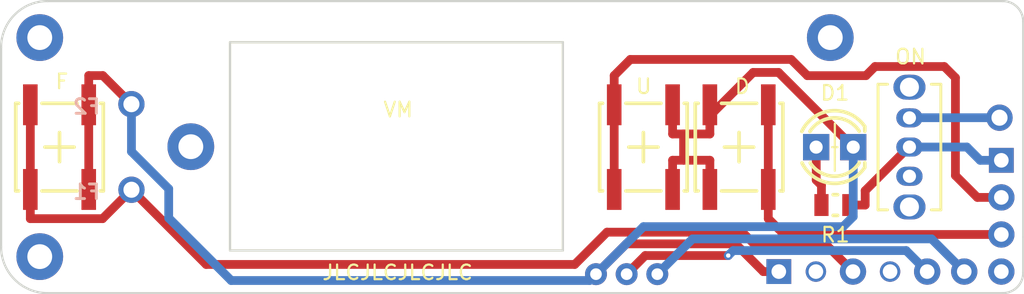
<source format=kicad_pcb>
(kicad_pcb (version 20171130) (host pcbnew 5.1.0-unknown-ff73f69~82~ubuntu18.04.1)

  (general
    (thickness 1.6)
    (drawings 32)
    (tracks 81)
    (zones 0)
    (modules 18)
    (nets 16)
  )

  (page A4)
  (layers
    (0 F.Cu signal)
    (31 B.Cu signal)
    (32 B.Adhes user)
    (33 F.Adhes user)
    (34 B.Paste user)
    (35 F.Paste user)
    (36 B.SilkS user)
    (37 F.SilkS user)
    (38 B.Mask user)
    (39 F.Mask user)
    (40 Dwgs.User user)
    (41 Cmts.User user)
    (42 Eco1.User user)
    (43 Eco2.User user)
    (44 Edge.Cuts user)
    (45 Margin user)
    (46 B.CrtYd user)
    (47 F.CrtYd user hide)
    (48 B.Fab user)
    (49 F.Fab user hide)
  )

  (setup
    (last_trace_width 0.6)
    (user_trace_width 0.4)
    (trace_clearance 0.2)
    (zone_clearance 0.508)
    (zone_45_only no)
    (trace_min 0.3)
    (via_size 0.8)
    (via_drill 0.4)
    (via_min_size 0.5)
    (via_min_drill 0.2)
    (uvia_size 0.3)
    (uvia_drill 0.1)
    (uvias_allowed no)
    (uvia_min_size 0.2)
    (uvia_min_drill 0.1)
    (edge_width 0.05)
    (segment_width 0.2)
    (pcb_text_width 0.3)
    (pcb_text_size 1.5 1.5)
    (mod_edge_width 0.12)
    (mod_text_size 1 1)
    (mod_text_width 0.15)
    (pad_size 1.8 1.8)
    (pad_drill 1)
    (pad_to_mask_clearance 0.051)
    (solder_mask_min_width 0.25)
    (aux_axis_origin 0 0)
    (visible_elements FFFFFF7F)
    (pcbplotparams
      (layerselection 0x010fc_ffffffff)
      (usegerberextensions false)
      (usegerberattributes false)
      (usegerberadvancedattributes false)
      (creategerberjobfile false)
      (excludeedgelayer true)
      (linewidth 0.100000)
      (plotframeref false)
      (viasonmask false)
      (mode 1)
      (useauxorigin false)
      (hpglpennumber 1)
      (hpglpenspeed 20)
      (hpglpendiameter 15.000000)
      (psnegative false)
      (psa4output false)
      (plotreference true)
      (plotvalue true)
      (plotinvisibletext false)
      (padsonsilk false)
      (subtractmaskfromsilk false)
      (outputformat 1)
      (mirror false)
      (drillshape 1)
      (scaleselection 1)
      (outputdirectory ""))
  )

  (net 0 "")
  (net 1 /Fire)
  (net 2 /Up)
  (net 3 /Down)
  (net 4 +BATT)
  (net 5 "Net-(S4-Pad3)")
  (net 6 "Net-(S4-PadMH1)")
  (net 7 "Net-(S4-PadMH2)")
  (net 8 /GND)
  (net 9 "Net-(U1-Pad7)")
  (net 10 "Net-(U1-Pad9)")
  (net 11 /VIN)
  (net 12 /LED+)
  (net 13 /VM+)
  (net 14 /POT)
  (net 15 /VMM)

  (net_class Default "This is the default net class."
    (clearance 0.2)
    (trace_width 0.6)
    (via_dia 0.8)
    (via_drill 0.4)
    (uvia_dia 0.3)
    (uvia_drill 0.1)
    (diff_pair_width 0.3)
    (diff_pair_gap 0.25)
    (add_net +BATT)
    (add_net /Down)
    (add_net /Fire)
    (add_net /GND)
    (add_net /LED+)
    (add_net /POT)
    (add_net /Up)
    (add_net /VIN)
    (add_net /VM+)
    (add_net /VMM)
    (add_net "Net-(S4-Pad3)")
    (add_net "Net-(S4-PadMH1)")
    (add_net "Net-(S4-PadMH2)")
    (add_net "Net-(U1-Pad7)")
    (add_net "Net-(U1-Pad9)")
  )

  (module "ATI DNA-C PCB Smart PWM v3:0.36_inch_VM" (layer F.Cu) (tedit 5C8C3FCC) (tstamp 5C8FE33C)
    (at 141.72 100.27)
    (fp_text reference VM (at 0 -2.69) (layer F.SilkS)
      (effects (font (size 1 1) (thickness 0.15)))
    )
    (fp_text value 0.36_inch_VM (at 0 -0.73) (layer F.Fab) hide
      (effects (font (size 1 1) (thickness 0.15)))
    )
    (fp_line (start 11.2781 -7.3084) (end -11.5219 -7.3084) (layer F.SilkS) (width 0.15))
    (fp_line (start -11.5219 -7.3084) (end -11.5219 6.9516) (layer F.SilkS) (width 0.15))
    (fp_line (start -11.5219 6.9516) (end 11.2781 6.9516) (layer F.SilkS) (width 0.15))
    (fp_line (start 11.2781 6.9516) (end 11.2781 -7.3084) (layer F.SilkS) (width 0.15))
    (model "${KIPRJMOD}/ATI DNA-C PCB Smart PWM v3.pretty/XDxx09x3.step"
      (offset (xyz -0.1 0.15 4.45))
      (scale (xyz 1.018 1 1.022))
      (rotate (xyz -90 0 0))
    )
  )

  (module "ATI DNA-C PCB Smart PWM v3:PAD_24G" (layer F.Cu) (tedit 5C8C3E3F) (tstamp 5C8C67C0)
    (at 159.462 108.844)
    (path /5C988204)
    (fp_text reference VMM1 (at 0.002 2.057) (layer F.SilkS) hide
      (effects (font (size 1 1) (thickness 0.15)))
    )
    (fp_text value Conn_01x01 (at 0.005 -1.996) (layer F.SilkS) hide
      (effects (font (size 1 1) (thickness 0.15)))
    )
    (pad 1 thru_hole circle (at 0 0 90) (size 1.5 1.5) (drill 0.8) (layers *.Cu *.Mask)
      (net 15 /VMM) (solder_mask_margin 0.1016) (zone_connect 2))
  )

  (module "ATI DNA-C PCB Smart PWM v3:PAD_24G" (layer F.Cu) (tedit 5C8C3E3F) (tstamp 5C8C67BB)
    (at 155.262 108.844)
    (path /5C9910A0)
    (fp_text reference VM_GND1 (at 0.002 2.057) (layer F.SilkS) hide
      (effects (font (size 1 1) (thickness 0.15)))
    )
    (fp_text value Conn_01x01 (at 0.005 -1.996) (layer F.SilkS) hide
      (effects (font (size 1 1) (thickness 0.15)))
    )
    (pad 1 thru_hole circle (at 0 0 90) (size 1.5 1.5) (drill 0.8) (layers *.Cu *.Mask)
      (net 8 /GND) (solder_mask_margin 0.1016) (zone_connect 2))
  )

  (module "ATI DNA-C PCB Smart PWM v3:PAD_24G" (layer F.Cu) (tedit 5C8C3E3F) (tstamp 5C8C67B6)
    (at 157.362 108.844)
    (path /5C990B4A)
    (fp_text reference VM+1 (at 0.002 2.057) (layer F.SilkS) hide
      (effects (font (size 1 1) (thickness 0.15)))
    )
    (fp_text value Conn_01x01 (at 0.005 -1.996) (layer F.SilkS) hide
      (effects (font (size 1 1) (thickness 0.15)))
    )
    (pad 1 thru_hole circle (at 0 0 90) (size 1.5 1.5) (drill 0.8) (layers *.Cu *.Mask)
      (net 13 /VM+) (solder_mask_margin 0.1016) (zone_connect 2))
  )

  (module "ATI DNA-C PCB Smart PWM v3:SmartPWM_V3" (layer F.Cu) (tedit 5C993431) (tstamp 5C8C14F6)
    (at 175.438 104.848)
    (path /5C8C4E73)
    (fp_text reference U1 (at 0 0) (layer F.SilkS) hide
      (effects (font (size 1.27 1.27) (thickness 0.15)))
    )
    (fp_text value SmartPWMv3 (at 0 0) (layer F.SilkS) hide
      (effects (font (size 1.27 1.27) (thickness 0.15)))
    )
    (pad 10 thru_hole rect (at -7.655 3.82) (size 1.7 1.7) (drill 1) (layers *.Cu *.Mask)
      (net 8 /GND) (zone_connect 2))
    (pad 9 thru_hole circle (at -5.115 3.82) (size 1.4 1.4) (drill 1) (layers *.Cu *.Mask)
      (net 10 "Net-(U1-Pad9)") (zone_connect 2))
    (pad 8 thru_hole circle (at -2.575 3.82) (size 1.8 1.8) (drill 1) (layers *.Cu *.Mask)
      (net 1 /Fire) (zone_connect 2))
    (pad 7 thru_hole circle (at -0.035 3.82) (size 1.4 1.4) (drill 1) (layers *.Cu *.Mask)
      (net 9 "Net-(U1-Pad7)") (zone_connect 2))
    (pad 6 thru_hole circle (at 2.505 3.82) (size 1.8 1.8) (drill 1) (layers *.Cu *.Mask)
      (net 13 /VM+) (zone_connect 2))
    (pad 4 thru_hole circle (at 7.585 3.82) (size 1.8 1.8) (drill 1) (layers *.Cu *.Mask)
      (net 14 /POT) (zone_connect 2))
    (pad 3 thru_hole circle (at 7.585 1.28) (size 1.8 1.8) (drill 1) (layers *.Cu *.Mask)
      (net 3 /Down) (zone_connect 2))
    (pad 2 thru_hole circle (at 7.585 -1.26) (size 1.8 1.8) (drill 1) (layers *.Cu *.Mask)
      (net 2 /Up) (zone_connect 2))
    (pad 1 thru_hole rect (at 7.585 -3.8 90) (size 1.7 1.7) (drill 1) (layers *.Cu *.Mask)
      (net 11 /VIN) (zone_connect 2))
    (pad 5 thru_hole circle (at 5.045 3.82) (size 1.8 1.8) (drill 1) (layers *.Cu *.Mask)
      (net 15 /VMM) (zone_connect 2))
    (model ${KISYS3DMOD}/Connector_PinHeader_2.54mm.3dshapes/PinHeader_1x03_P2.54mm_Vertical.wrl
      (offset (xyz 7.55 3.85 -1.7))
      (scale (xyz 1 1 1))
      (rotate (xyz 0 -180 0))
    )
    (model ${KISYS3DMOD}/Connector_PinHeader_2.54mm.3dshapes/PinHeader_1x07_P2.54mm_Vertical.wrl
      (offset (xyz -7.7 -3.8 -1.7))
      (scale (xyz 1 1 1))
      (rotate (xyz 0 -180 -90))
    )
    (model "${KIPRJMOD}/ATI DNA-C PCB Smart PWM v3.pretty/SmartPWM_v3.step"
      (offset (xyz -15.8 5.2 -5.9))
      (scale (xyz 1 1 1))
      (rotate (xyz 0 0 0))
    )
  )

  (module "ATI DNA-C PCB Smart PWM v3:PAD_22G" (layer F.Cu) (tedit 5C8C3BBE) (tstamp 5C8AF897)
    (at 123.446 97.203)
    (path /5C995F76)
    (fp_text reference PAD_Fire_GND1 (at 0.002 2.057) (layer F.SilkS) hide
      (effects (font (size 1 1) (thickness 0.15)))
    )
    (fp_text value Conn_01x01 (at 0.005 -1.996) (layer F.SilkS) hide
      (effects (font (size 1 1) (thickness 0.15)))
    )
    (pad 1 thru_hole circle (at 0 0 90) (size 1.8 1.8) (drill 1.1) (layers *.Cu *.Mask)
      (net 8 /GND) (solder_mask_margin 0.1016) (zone_connect 2))
  )

  (module "ATI DNA-C PCB Smart PWM v3:PAD_22G" (layer F.Cu) (tedit 5C8C3BBE) (tstamp 5C8AF892)
    (at 123.45 103.064)
    (path /5C995A65)
    (fp_text reference PAD_Fire1 (at 0.002 2.057) (layer F.SilkS) hide
      (effects (font (size 1 1) (thickness 0.15)))
    )
    (fp_text value Conn_01x01 (at 0.005 -1.996) (layer F.SilkS) hide
      (effects (font (size 1 1) (thickness 0.15)))
    )
    (pad 1 thru_hole circle (at 0 0 90) (size 1.8 1.8) (drill 1.1) (layers *.Cu *.Mask)
      (net 1 /Fire) (solder_mask_margin 0.1016) (zone_connect 2))
  )

  (module "ATI DNA-C PCB Smart PWM v3:LED_4mm" (layer F.Cu) (tedit 5C9932CC) (tstamp 5C887665)
    (at 171.62 100.144 180)
    (descr "LED, diameter 4.0mm, 2 pins, http://www.kingbright.com/attachments/file/psearch/000/00/00/L-43GD(Ver.12B).pdf")
    (tags "LED diameter 4.0mm 2 pins")
    (path /5C88660F)
    (fp_text reference D1 (at -0.01 3.707 180) (layer F.SilkS)
      (effects (font (size 1 1) (thickness 0.15)))
    )
    (fp_text value LED (at 0.01 3.77 180) (layer F.Fab)
      (effects (font (size 1 1) (thickness 0.15)))
    )
    (fp_line (start -0.181 0) (end 0.181 0) (layer F.SilkS) (width 0.15))
    (fp_line (start 0.001 -1.622) (end -0.001 1.609) (layer F.SilkS) (width 0.15))
    (fp_line (start 2.74 -2.74) (end -2.71 -2.74) (layer F.CrtYd) (width 0.05))
    (fp_line (start 2.74 2.76) (end 2.74 -2.74) (layer F.CrtYd) (width 0.05))
    (fp_line (start -2.71 2.76) (end 2.74 2.76) (layer F.CrtYd) (width 0.05))
    (fp_line (start -2.71 -2.74) (end -2.71 2.76) (layer F.CrtYd) (width 0.05))
    (fp_line (start -2.05 1.09) (end -2.05 1.409) (layer F.SilkS) (width 0.25))
    (fp_line (start -2.05 -1.389) (end -2.05 -1.07) (layer F.SilkS) (width 0.25))
    (fp_line (start -1.99 -1.31665) (end -1.99 1.33665) (layer F.Fab) (width 0.1))
    (fp_circle (center 0.01 0.01) (end 2.01 0.01) (layer F.Fab) (width 0.1))
    (fp_arc (start 0.01 0) (end -1.67333 1.09) (angle -114.6) (layer F.SilkS) (width 0.25))
    (fp_arc (start 0.01 0) (end -1.67333 -1.07) (angle 114.6) (layer F.SilkS) (width 0.25))
    (fp_arc (start 0.01 0) (end -2.05 1.408749) (angle -120.1) (layer F.SilkS) (width 0.25))
    (fp_arc (start 0.01 0) (end -2.05 -1.388749) (angle 120.1) (layer F.SilkS) (width 0.25))
    (fp_arc (start 0.01 0.01) (end -1.99 -1.31665) (angle 292.9) (layer F.Fab) (width 0.1))
    (pad 2 thru_hole rect (at 1.28 0 180) (size 1.8 1.8) (drill 0.9) (layers *.Cu *.Mask)
      (net 12 /LED+))
    (pad 1 thru_hole rect (at -1.26 0 180) (size 1.8 1.8) (drill 0.9) (layers *.Cu *.Mask)
      (net 8 /GND))
    (model "${KIPRJMOD}/ATI DNA-C PCB Smart PWM v3.pretty/ELM 2.igs"
      (at (xyz 0 0 0))
      (scale (xyz 1 0.1 1))
      (rotate (xyz -90 0 90))
    )
    (model "${KIPRJMOD}/ATI DNA-C PCB Smart PWM v3.pretty/SSL-LX40FT3ID-v0.step"
      (offset (xyz 0 0 1.3))
      (scale (xyz 1 1 1))
      (rotate (xyz 0 0 180))
    )
  )

  (module "ATI DNA-C PCB Smart PWM v3:PAD_22G" (layer F.Cu) (tedit 5C8C3BBE) (tstamp 5C8AC66F)
    (at 182.898 98.13)
    (fp_text reference PAD_22G (at 0.002 2.057) (layer F.SilkS) hide
      (effects (font (size 1 1) (thickness 0.15)))
    )
    (fp_text value BAT1 (at 0.005 -1.996) (layer F.SilkS) hide
      (effects (font (size 1 1) (thickness 0.15)))
    )
    (pad 1 thru_hole circle (at 0 0 90) (size 1.8 1.8) (drill 1.1) (layers *.Cu *.Mask)
      (net 4 +BATT) (solder_mask_margin 0.1016) (zone_connect 2))
  )

  (module "ATI DNA-C PCB Smart PWM v3:SS-12D07-VG4NSGAPA" (layer F.Cu) (tedit 5C8C4181) (tstamp 5C89E905)
    (at 176.73 100.14 270)
    (descr "Description: Switch: SPDT: Normally Closed")
    (path /5C8D90AC)
    (fp_text reference S4 (at 0 -3.754 270) (layer F.SilkS) hide
      (effects (font (size 1 1) (thickness 0.15)) (justify top))
    )
    (fp_text value SS-12D07-VG4NSGAPA (at 0 2.657 270) (layer F.Fab)
      (effects (font (size 1 1) (thickness 0.15)) (justify top))
    )
    (fp_poly (pts (xy -1.351 -0.25) (xy -1.359 -0.352) (xy -1.383 -0.451) (xy -1.422 -0.545)
      (xy -1.475 -0.631) (xy -1.541 -0.709) (xy -1.619 -0.775) (xy -1.705 -0.828)
      (xy -1.799 -0.867) (xy -1.898 -0.891) (xy -2 -0.899) (xy -2.102 -0.891)
      (xy -2.201 -0.867) (xy -2.295 -0.828) (xy -2.381 -0.775) (xy -2.459 -0.709)
      (xy -2.525 -0.631) (xy -2.578 -0.545) (xy -2.617 -0.451) (xy -2.641 -0.352)
      (xy -2.649 -0.25) (xy -2.649 0.25) (xy -2.641 0.352) (xy -2.617 0.451)
      (xy -2.578 0.545) (xy -2.525 0.631) (xy -2.459 0.709) (xy -2.381 0.775)
      (xy -2.295 0.828) (xy -2.201 0.867) (xy -2.102 0.891) (xy -2 0.899)
      (xy -1.898 0.891) (xy -1.799 0.867) (xy -1.705 0.828) (xy -1.619 0.775)
      (xy -1.541 0.709) (xy -1.475 0.631) (xy -1.422 0.545) (xy -1.383 0.451)
      (xy -1.359 0.352) (xy -1.351 0.25)) (layer F.Cu) (width 0))
    (fp_poly (pts (xy -1.351 -0.25) (xy -1.359 -0.352) (xy -1.383 -0.451) (xy -1.422 -0.545)
      (xy -1.475 -0.631) (xy -1.541 -0.709) (xy -1.619 -0.775) (xy -1.705 -0.828)
      (xy -1.799 -0.867) (xy -1.898 -0.891) (xy -2 -0.899) (xy -2.102 -0.891)
      (xy -2.201 -0.867) (xy -2.295 -0.828) (xy -2.381 -0.775) (xy -2.459 -0.709)
      (xy -2.525 -0.631) (xy -2.578 -0.545) (xy -2.617 -0.451) (xy -2.641 -0.352)
      (xy -2.649 -0.25) (xy -2.649 0.25) (xy -2.641 0.352) (xy -2.617 0.451)
      (xy -2.578 0.545) (xy -2.525 0.631) (xy -2.459 0.709) (xy -2.381 0.775)
      (xy -2.295 0.828) (xy -2.201 0.867) (xy -2.102 0.891) (xy -2 0.899)
      (xy -1.898 0.891) (xy -1.799 0.867) (xy -1.705 0.828) (xy -1.619 0.775)
      (xy -1.541 0.709) (xy -1.475 0.631) (xy -1.422 0.545) (xy -1.383 0.451)
      (xy -1.359 0.352) (xy -1.351 0.25)) (layer B.Cu) (width 0))
    (fp_poly (pts (xy -2.752 0.25) (xy -2.743 0.368) (xy -2.715 0.482) (xy -2.67 0.591)
      (xy -2.608 0.692) (xy -2.532 0.782) (xy -2.442 0.858) (xy -2.341 0.92)
      (xy -2.232 0.965) (xy -2.118 0.993) (xy -2 1.002) (xy -1.882 0.993)
      (xy -1.768 0.965) (xy -1.659 0.92) (xy -1.558 0.858) (xy -1.468 0.782)
      (xy -1.392 0.692) (xy -1.33 0.591) (xy -1.285 0.482) (xy -1.257 0.368)
      (xy -1.248 0.25) (xy -1.248 -0.25) (xy -1.257 -0.368) (xy -1.285 -0.482)
      (xy -1.33 -0.591) (xy -1.392 -0.692) (xy -1.468 -0.782) (xy -1.558 -0.858)
      (xy -1.659 -0.92) (xy -1.768 -0.965) (xy -1.882 -0.993) (xy -2 -1.002)
      (xy -2.118 -0.993) (xy -2.232 -0.965) (xy -2.341 -0.92) (xy -2.442 -0.858)
      (xy -2.532 -0.782) (xy -2.608 -0.692) (xy -2.67 -0.591) (xy -2.715 -0.482)
      (xy -2.743 -0.368) (xy -2.752 -0.25)) (layer B.Mask) (width 0))
    (fp_poly (pts (xy -2.752 0.25) (xy -2.743 0.368) (xy -2.715 0.482) (xy -2.67 0.591)
      (xy -2.608 0.692) (xy -2.532 0.782) (xy -2.442 0.858) (xy -2.341 0.92)
      (xy -2.232 0.965) (xy -2.118 0.993) (xy -2 1.002) (xy -1.882 0.993)
      (xy -1.768 0.965) (xy -1.659 0.92) (xy -1.558 0.858) (xy -1.468 0.782)
      (xy -1.392 0.692) (xy -1.33 0.591) (xy -1.285 0.482) (xy -1.257 0.368)
      (xy -1.248 0.25) (xy -1.248 -0.25) (xy -1.257 -0.368) (xy -1.285 -0.482)
      (xy -1.33 -0.591) (xy -1.392 -0.692) (xy -1.468 -0.782) (xy -1.558 -0.858)
      (xy -1.659 -0.92) (xy -1.768 -0.965) (xy -1.882 -0.993) (xy -2 -1.002)
      (xy -2.118 -0.993) (xy -2.232 -0.965) (xy -2.341 -0.92) (xy -2.442 -0.858)
      (xy -2.532 -0.782) (xy -2.608 -0.692) (xy -2.67 -0.591) (xy -2.715 -0.482)
      (xy -2.743 -0.368) (xy -2.752 -0.25)) (layer F.Mask) (width 0))
    (fp_poly (pts (xy 0.649 -0.25) (xy 0.641 -0.352) (xy 0.617 -0.451) (xy 0.578 -0.545)
      (xy 0.525 -0.631) (xy 0.459 -0.709) (xy 0.381 -0.775) (xy 0.295 -0.828)
      (xy 0.201 -0.867) (xy 0.102 -0.891) (xy 0 -0.899) (xy -0.102 -0.891)
      (xy -0.201 -0.867) (xy -0.295 -0.828) (xy -0.381 -0.775) (xy -0.459 -0.709)
      (xy -0.525 -0.631) (xy -0.578 -0.545) (xy -0.617 -0.451) (xy -0.641 -0.352)
      (xy -0.649 -0.25) (xy -0.649 0.25) (xy -0.641 0.352) (xy -0.617 0.451)
      (xy -0.578 0.545) (xy -0.525 0.631) (xy -0.459 0.709) (xy -0.381 0.775)
      (xy -0.295 0.828) (xy -0.201 0.867) (xy -0.102 0.891) (xy 0 0.899)
      (xy 0.102 0.891) (xy 0.201 0.867) (xy 0.295 0.828) (xy 0.381 0.775)
      (xy 0.459 0.709) (xy 0.525 0.631) (xy 0.578 0.545) (xy 0.617 0.451)
      (xy 0.641 0.352) (xy 0.649 0.25)) (layer F.Cu) (width 0))
    (fp_poly (pts (xy 0.649 -0.25) (xy 0.641 -0.352) (xy 0.617 -0.451) (xy 0.578 -0.545)
      (xy 0.525 -0.631) (xy 0.459 -0.709) (xy 0.381 -0.775) (xy 0.295 -0.828)
      (xy 0.201 -0.867) (xy 0.102 -0.891) (xy 0 -0.899) (xy -0.102 -0.891)
      (xy -0.201 -0.867) (xy -0.295 -0.828) (xy -0.381 -0.775) (xy -0.459 -0.709)
      (xy -0.525 -0.631) (xy -0.578 -0.545) (xy -0.617 -0.451) (xy -0.641 -0.352)
      (xy -0.649 -0.25) (xy -0.649 0.25) (xy -0.641 0.352) (xy -0.617 0.451)
      (xy -0.578 0.545) (xy -0.525 0.631) (xy -0.459 0.709) (xy -0.381 0.775)
      (xy -0.295 0.828) (xy -0.201 0.867) (xy -0.102 0.891) (xy 0 0.899)
      (xy 0.102 0.891) (xy 0.201 0.867) (xy 0.295 0.828) (xy 0.381 0.775)
      (xy 0.459 0.709) (xy 0.525 0.631) (xy 0.578 0.545) (xy 0.617 0.451)
      (xy 0.641 0.352) (xy 0.649 0.25)) (layer B.Cu) (width 0))
    (fp_poly (pts (xy -0.752 0.25) (xy -0.743 0.368) (xy -0.715 0.482) (xy -0.67 0.591)
      (xy -0.608 0.692) (xy -0.532 0.782) (xy -0.442 0.858) (xy -0.341 0.92)
      (xy -0.232 0.965) (xy -0.118 0.993) (xy 0 1.002) (xy 0.118 0.993)
      (xy 0.232 0.965) (xy 0.341 0.92) (xy 0.442 0.858) (xy 0.532 0.782)
      (xy 0.608 0.692) (xy 0.67 0.591) (xy 0.715 0.482) (xy 0.743 0.368)
      (xy 0.752 0.25) (xy 0.752 -0.25) (xy 0.743 -0.368) (xy 0.715 -0.482)
      (xy 0.67 -0.591) (xy 0.608 -0.692) (xy 0.532 -0.782) (xy 0.442 -0.858)
      (xy 0.341 -0.92) (xy 0.232 -0.965) (xy 0.118 -0.993) (xy 0 -1.002)
      (xy -0.118 -0.993) (xy -0.232 -0.965) (xy -0.341 -0.92) (xy -0.442 -0.858)
      (xy -0.532 -0.782) (xy -0.608 -0.692) (xy -0.67 -0.591) (xy -0.715 -0.482)
      (xy -0.743 -0.368) (xy -0.752 -0.25)) (layer B.Mask) (width 0))
    (fp_poly (pts (xy -0.752 0.25) (xy -0.743 0.368) (xy -0.715 0.482) (xy -0.67 0.591)
      (xy -0.608 0.692) (xy -0.532 0.782) (xy -0.442 0.858) (xy -0.341 0.92)
      (xy -0.232 0.965) (xy -0.118 0.993) (xy 0 1.002) (xy 0.118 0.993)
      (xy 0.232 0.965) (xy 0.341 0.92) (xy 0.442 0.858) (xy 0.532 0.782)
      (xy 0.608 0.692) (xy 0.67 0.591) (xy 0.715 0.482) (xy 0.743 0.368)
      (xy 0.752 0.25) (xy 0.752 -0.25) (xy 0.743 -0.368) (xy 0.715 -0.482)
      (xy 0.67 -0.591) (xy 0.608 -0.692) (xy 0.532 -0.782) (xy 0.442 -0.858)
      (xy 0.341 -0.92) (xy 0.232 -0.965) (xy 0.118 -0.993) (xy 0 -1.002)
      (xy -0.118 -0.993) (xy -0.232 -0.965) (xy -0.341 -0.92) (xy -0.442 -0.858)
      (xy -0.532 -0.782) (xy -0.608 -0.692) (xy -0.67 -0.591) (xy -0.715 -0.482)
      (xy -0.743 -0.368) (xy -0.752 -0.25)) (layer F.Mask) (width 0))
    (fp_poly (pts (xy 2.649 -0.25) (xy 2.641 -0.352) (xy 2.617 -0.451) (xy 2.578 -0.545)
      (xy 2.525 -0.631) (xy 2.459 -0.709) (xy 2.381 -0.775) (xy 2.295 -0.828)
      (xy 2.201 -0.867) (xy 2.102 -0.891) (xy 2 -0.899) (xy 1.898 -0.891)
      (xy 1.799 -0.867) (xy 1.705 -0.828) (xy 1.619 -0.775) (xy 1.541 -0.709)
      (xy 1.475 -0.631) (xy 1.422 -0.545) (xy 1.383 -0.451) (xy 1.359 -0.352)
      (xy 1.351 -0.25) (xy 1.351 0.25) (xy 1.359 0.352) (xy 1.383 0.451)
      (xy 1.422 0.545) (xy 1.475 0.631) (xy 1.541 0.709) (xy 1.619 0.775)
      (xy 1.705 0.828) (xy 1.799 0.867) (xy 1.898 0.891) (xy 2 0.899)
      (xy 2.102 0.891) (xy 2.201 0.867) (xy 2.295 0.828) (xy 2.381 0.775)
      (xy 2.459 0.709) (xy 2.525 0.631) (xy 2.578 0.545) (xy 2.617 0.451)
      (xy 2.641 0.352) (xy 2.649 0.25)) (layer F.Cu) (width 0))
    (fp_poly (pts (xy 2.649 -0.25) (xy 2.641 -0.352) (xy 2.617 -0.451) (xy 2.578 -0.545)
      (xy 2.525 -0.631) (xy 2.459 -0.709) (xy 2.381 -0.775) (xy 2.295 -0.828)
      (xy 2.201 -0.867) (xy 2.102 -0.891) (xy 2 -0.899) (xy 1.898 -0.891)
      (xy 1.799 -0.867) (xy 1.705 -0.828) (xy 1.619 -0.775) (xy 1.541 -0.709)
      (xy 1.475 -0.631) (xy 1.422 -0.545) (xy 1.383 -0.451) (xy 1.359 -0.352)
      (xy 1.351 -0.25) (xy 1.351 0.25) (xy 1.359 0.352) (xy 1.383 0.451)
      (xy 1.422 0.545) (xy 1.475 0.631) (xy 1.541 0.709) (xy 1.619 0.775)
      (xy 1.705 0.828) (xy 1.799 0.867) (xy 1.898 0.891) (xy 2 0.899)
      (xy 2.102 0.891) (xy 2.201 0.867) (xy 2.295 0.828) (xy 2.381 0.775)
      (xy 2.459 0.709) (xy 2.525 0.631) (xy 2.578 0.545) (xy 2.617 0.451)
      (xy 2.641 0.352) (xy 2.649 0.25)) (layer B.Cu) (width 0))
    (fp_poly (pts (xy 1.248 0.25) (xy 1.257 0.368) (xy 1.285 0.482) (xy 1.33 0.591)
      (xy 1.392 0.692) (xy 1.468 0.782) (xy 1.558 0.858) (xy 1.659 0.92)
      (xy 1.768 0.965) (xy 1.882 0.993) (xy 2 1.002) (xy 2.118 0.993)
      (xy 2.232 0.965) (xy 2.341 0.92) (xy 2.442 0.858) (xy 2.532 0.782)
      (xy 2.608 0.692) (xy 2.67 0.591) (xy 2.715 0.482) (xy 2.743 0.368)
      (xy 2.752 0.25) (xy 2.752 -0.25) (xy 2.743 -0.368) (xy 2.715 -0.482)
      (xy 2.67 -0.591) (xy 2.608 -0.692) (xy 2.532 -0.782) (xy 2.442 -0.858)
      (xy 2.341 -0.92) (xy 2.232 -0.965) (xy 2.118 -0.993) (xy 2 -1.002)
      (xy 1.882 -0.993) (xy 1.768 -0.965) (xy 1.659 -0.92) (xy 1.558 -0.858)
      (xy 1.468 -0.782) (xy 1.392 -0.692) (xy 1.33 -0.591) (xy 1.285 -0.482)
      (xy 1.257 -0.368) (xy 1.248 -0.25)) (layer B.Mask) (width 0))
    (fp_poly (pts (xy 1.248 0.25) (xy 1.257 0.368) (xy 1.285 0.482) (xy 1.33 0.591)
      (xy 1.392 0.692) (xy 1.468 0.782) (xy 1.558 0.858) (xy 1.659 0.92)
      (xy 1.768 0.965) (xy 1.882 0.993) (xy 2 1.002) (xy 2.118 0.993)
      (xy 2.232 0.965) (xy 2.341 0.92) (xy 2.442 0.858) (xy 2.532 0.782)
      (xy 2.608 0.692) (xy 2.67 0.591) (xy 2.715 0.482) (xy 2.743 0.368)
      (xy 2.752 0.25) (xy 2.752 -0.25) (xy 2.743 -0.368) (xy 2.715 -0.482)
      (xy 2.67 -0.591) (xy 2.608 -0.692) (xy 2.532 -0.782) (xy 2.442 -0.858)
      (xy 2.341 -0.92) (xy 2.232 -0.965) (xy 2.118 -0.993) (xy 2 -1.002)
      (xy 1.882 -0.993) (xy 1.768 -0.965) (xy 1.659 -0.92) (xy 1.558 -0.858)
      (xy 1.468 -0.782) (xy 1.392 -0.692) (xy 1.33 -0.591) (xy 1.285 -0.482)
      (xy 1.257 -0.368) (xy 1.248 -0.25)) (layer F.Mask) (width 0))
    (fp_poly (pts (xy -3.251 -0.25) (xy -3.261 -0.383) (xy -3.293 -0.512) (xy -3.344 -0.635)
      (xy -3.413 -0.749) (xy -3.5 -0.85) (xy -3.601 -0.937) (xy -3.715 -1.006)
      (xy -3.838 -1.057) (xy -3.967 -1.089) (xy -4.1 -1.099) (xy -4.233 -1.089)
      (xy -4.362 -1.057) (xy -4.485 -1.006) (xy -4.599 -0.937) (xy -4.7 -0.85)
      (xy -4.787 -0.749) (xy -4.856 -0.635) (xy -4.907 -0.512) (xy -4.939 -0.383)
      (xy -4.949 -0.25) (xy -4.949 0.25) (xy -4.939 0.383) (xy -4.907 0.512)
      (xy -4.856 0.635) (xy -4.787 0.749) (xy -4.7 0.85) (xy -4.599 0.937)
      (xy -4.485 1.006) (xy -4.362 1.057) (xy -4.233 1.089) (xy -4.1 1.099)
      (xy -3.967 1.089) (xy -3.838 1.057) (xy -3.715 1.006) (xy -3.601 0.937)
      (xy -3.5 0.85) (xy -3.413 0.749) (xy -3.344 0.635) (xy -3.293 0.512)
      (xy -3.261 0.383) (xy -3.251 0.25)) (layer F.Cu) (width 0))
    (fp_poly (pts (xy -3.251 -0.25) (xy -3.261 -0.383) (xy -3.293 -0.512) (xy -3.344 -0.635)
      (xy -3.413 -0.749) (xy -3.5 -0.85) (xy -3.601 -0.937) (xy -3.715 -1.006)
      (xy -3.838 -1.057) (xy -3.967 -1.089) (xy -4.1 -1.099) (xy -4.233 -1.089)
      (xy -4.362 -1.057) (xy -4.485 -1.006) (xy -4.599 -0.937) (xy -4.7 -0.85)
      (xy -4.787 -0.749) (xy -4.856 -0.635) (xy -4.907 -0.512) (xy -4.939 -0.383)
      (xy -4.949 -0.25) (xy -4.949 0.25) (xy -4.939 0.383) (xy -4.907 0.512)
      (xy -4.856 0.635) (xy -4.787 0.749) (xy -4.7 0.85) (xy -4.599 0.937)
      (xy -4.485 1.006) (xy -4.362 1.057) (xy -4.233 1.089) (xy -4.1 1.099)
      (xy -3.967 1.089) (xy -3.838 1.057) (xy -3.715 1.006) (xy -3.601 0.937)
      (xy -3.5 0.85) (xy -3.413 0.749) (xy -3.344 0.635) (xy -3.293 0.512)
      (xy -3.261 0.383) (xy -3.251 0.25)) (layer B.Cu) (width 0))
    (fp_poly (pts (xy -5.052 0.25) (xy -5.04 0.399) (xy -5.005 0.544) (xy -4.948 0.682)
      (xy -4.87 0.81) (xy -4.773 0.923) (xy -4.66 1.02) (xy -4.532 1.098)
      (xy -4.394 1.155) (xy -4.249 1.19) (xy -4.1 1.202) (xy -3.951 1.19)
      (xy -3.806 1.155) (xy -3.668 1.098) (xy -3.54 1.02) (xy -3.427 0.923)
      (xy -3.33 0.81) (xy -3.252 0.682) (xy -3.195 0.544) (xy -3.16 0.399)
      (xy -3.148 0.25) (xy -3.148 -0.25) (xy -3.16 -0.399) (xy -3.195 -0.544)
      (xy -3.252 -0.682) (xy -3.33 -0.81) (xy -3.427 -0.923) (xy -3.54 -1.02)
      (xy -3.668 -1.098) (xy -3.806 -1.155) (xy -3.951 -1.19) (xy -4.1 -1.202)
      (xy -4.249 -1.19) (xy -4.394 -1.155) (xy -4.532 -1.098) (xy -4.66 -1.02)
      (xy -4.773 -0.923) (xy -4.87 -0.81) (xy -4.948 -0.682) (xy -5.005 -0.544)
      (xy -5.04 -0.399) (xy -5.052 -0.25)) (layer B.Mask) (width 0))
    (fp_poly (pts (xy -5.052 0.25) (xy -5.04 0.399) (xy -5.005 0.544) (xy -4.948 0.682)
      (xy -4.87 0.81) (xy -4.773 0.923) (xy -4.66 1.02) (xy -4.532 1.098)
      (xy -4.394 1.155) (xy -4.249 1.19) (xy -4.1 1.202) (xy -3.951 1.19)
      (xy -3.806 1.155) (xy -3.668 1.098) (xy -3.54 1.02) (xy -3.427 0.923)
      (xy -3.33 0.81) (xy -3.252 0.682) (xy -3.195 0.544) (xy -3.16 0.399)
      (xy -3.148 0.25) (xy -3.148 -0.25) (xy -3.16 -0.399) (xy -3.195 -0.544)
      (xy -3.252 -0.682) (xy -3.33 -0.81) (xy -3.427 -0.923) (xy -3.54 -1.02)
      (xy -3.668 -1.098) (xy -3.806 -1.155) (xy -3.951 -1.19) (xy -4.1 -1.202)
      (xy -4.249 -1.19) (xy -4.394 -1.155) (xy -4.532 -1.098) (xy -4.66 -1.02)
      (xy -4.773 -0.923) (xy -4.87 -0.81) (xy -4.948 -0.682) (xy -5.005 -0.544)
      (xy -5.04 -0.399) (xy -5.052 -0.25)) (layer F.Mask) (width 0))
    (fp_poly (pts (xy 4.949 -0.25) (xy 4.939 -0.383) (xy 4.907 -0.512) (xy 4.856 -0.635)
      (xy 4.787 -0.749) (xy 4.7 -0.85) (xy 4.599 -0.937) (xy 4.485 -1.006)
      (xy 4.362 -1.057) (xy 4.233 -1.089) (xy 4.1 -1.099) (xy 3.967 -1.089)
      (xy 3.838 -1.057) (xy 3.715 -1.006) (xy 3.601 -0.937) (xy 3.5 -0.85)
      (xy 3.413 -0.749) (xy 3.344 -0.635) (xy 3.293 -0.512) (xy 3.261 -0.383)
      (xy 3.251 -0.25) (xy 3.251 0.25) (xy 3.261 0.383) (xy 3.293 0.512)
      (xy 3.344 0.635) (xy 3.413 0.749) (xy 3.5 0.85) (xy 3.601 0.937)
      (xy 3.715 1.006) (xy 3.838 1.057) (xy 3.967 1.089) (xy 4.1 1.099)
      (xy 4.233 1.089) (xy 4.362 1.057) (xy 4.485 1.006) (xy 4.599 0.937)
      (xy 4.7 0.85) (xy 4.787 0.749) (xy 4.856 0.635) (xy 4.907 0.512)
      (xy 4.939 0.383) (xy 4.949 0.25)) (layer F.Cu) (width 0))
    (fp_poly (pts (xy 4.949 -0.25) (xy 4.939 -0.383) (xy 4.907 -0.512) (xy 4.856 -0.635)
      (xy 4.787 -0.749) (xy 4.7 -0.85) (xy 4.599 -0.937) (xy 4.485 -1.006)
      (xy 4.362 -1.057) (xy 4.233 -1.089) (xy 4.1 -1.099) (xy 3.967 -1.089)
      (xy 3.838 -1.057) (xy 3.715 -1.006) (xy 3.601 -0.937) (xy 3.5 -0.85)
      (xy 3.413 -0.749) (xy 3.344 -0.635) (xy 3.293 -0.512) (xy 3.261 -0.383)
      (xy 3.251 -0.25) (xy 3.251 0.25) (xy 3.261 0.383) (xy 3.293 0.512)
      (xy 3.344 0.635) (xy 3.413 0.749) (xy 3.5 0.85) (xy 3.601 0.937)
      (xy 3.715 1.006) (xy 3.838 1.057) (xy 3.967 1.089) (xy 4.1 1.099)
      (xy 4.233 1.089) (xy 4.362 1.057) (xy 4.485 1.006) (xy 4.599 0.937)
      (xy 4.7 0.85) (xy 4.787 0.749) (xy 4.856 0.635) (xy 4.907 0.512)
      (xy 4.939 0.383) (xy 4.949 0.25)) (layer B.Cu) (width 0))
    (fp_poly (pts (xy 3.148 0.25) (xy 3.16 0.399) (xy 3.195 0.544) (xy 3.252 0.682)
      (xy 3.33 0.81) (xy 3.427 0.923) (xy 3.54 1.02) (xy 3.668 1.098)
      (xy 3.806 1.155) (xy 3.951 1.19) (xy 4.1 1.202) (xy 4.249 1.19)
      (xy 4.394 1.155) (xy 4.532 1.098) (xy 4.66 1.02) (xy 4.773 0.923)
      (xy 4.87 0.81) (xy 4.948 0.682) (xy 5.005 0.544) (xy 5.04 0.399)
      (xy 5.052 0.25) (xy 5.052 -0.25) (xy 5.04 -0.399) (xy 5.005 -0.544)
      (xy 4.948 -0.682) (xy 4.87 -0.81) (xy 4.773 -0.923) (xy 4.66 -1.02)
      (xy 4.532 -1.098) (xy 4.394 -1.155) (xy 4.249 -1.19) (xy 4.1 -1.202)
      (xy 3.951 -1.19) (xy 3.806 -1.155) (xy 3.668 -1.098) (xy 3.54 -1.02)
      (xy 3.427 -0.923) (xy 3.33 -0.81) (xy 3.252 -0.682) (xy 3.195 -0.544)
      (xy 3.16 -0.399) (xy 3.148 -0.25)) (layer B.Mask) (width 0))
    (fp_poly (pts (xy 3.148 0.25) (xy 3.16 0.399) (xy 3.195 0.544) (xy 3.252 0.682)
      (xy 3.33 0.81) (xy 3.427 0.923) (xy 3.54 1.02) (xy 3.668 1.098)
      (xy 3.806 1.155) (xy 3.951 1.19) (xy 4.1 1.202) (xy 4.249 1.19)
      (xy 4.394 1.155) (xy 4.532 1.098) (xy 4.66 1.02) (xy 4.773 0.923)
      (xy 4.87 0.81) (xy 4.948 0.682) (xy 5.005 0.544) (xy 5.04 0.399)
      (xy 5.052 0.25) (xy 5.052 -0.25) (xy 5.04 -0.399) (xy 5.005 -0.544)
      (xy 4.948 -0.682) (xy 4.87 -0.81) (xy 4.773 -0.923) (xy 4.66 -1.02)
      (xy 4.532 -1.098) (xy 4.394 -1.155) (xy 4.249 -1.19) (xy 4.1 -1.202)
      (xy 3.951 -1.19) (xy 3.806 -1.155) (xy 3.668 -1.098) (xy 3.54 -1.02)
      (xy 3.427 -0.923) (xy 3.33 -0.81) (xy 3.252 -0.682) (xy 3.195 -0.544)
      (xy 3.16 -0.399) (xy 3.148 -0.25)) (layer F.Mask) (width 0))
    (fp_line (start -4.301 -2.15) (end -4.301 -1.5) (layer F.SilkS) (width 0.2))
    (fp_line (start -4.301 -2.15) (end 4.301 -2.15) (layer F.SilkS) (width 0.2))
    (fp_line (start -4.301 2.15) (end 4.301 2.15) (layer F.SilkS) (width 0.2))
    (fp_line (start 4.301 -2.15) (end 4.301 -1.5) (layer F.SilkS) (width 0.2))
    (fp_line (start -4.301 1.5) (end -4.301 2.15) (layer F.SilkS) (width 0.2))
    (fp_line (start 4.301 1.5) (end 4.301 2.15) (layer F.SilkS) (width 0.2))
    (pad 1 thru_hole circle (at -2 0) (size 1.3 1.3) (drill 0.9) (layers *.Cu *.Mask)
      (net 4 +BATT) (solder_mask_margin 0.1016) (zone_connect 2))
    (pad 2 thru_hole circle (at 0 0) (size 1.3 1.3) (drill 0.9) (layers *.Cu *.Mask)
      (net 11 /VIN) (solder_mask_margin 0.1016) (zone_connect 2))
    (pad 3 thru_hole circle (at 2 0) (size 1.3 1.3) (drill 0.9) (layers *.Cu *.Mask)
      (net 5 "Net-(S4-Pad3)") (solder_mask_margin 0.1016) (zone_connect 2))
    (pad MH1 thru_hole circle (at -4.1 0) (size 1.7 1.7) (drill 1.3) (layers *.Cu *.Mask)
      (net 6 "Net-(S4-PadMH1)") (solder_mask_margin 0.1016) (zone_connect 2))
    (pad MH2 thru_hole circle (at 4.1 0) (size 1.7 1.7) (drill 1.3) (layers *.Cu *.Mask)
      (net 7 "Net-(S4-PadMH2)") (solder_mask_margin 0.1016) (zone_connect 2))
    (model "${KIPRJMOD}/ATI DNA-C PCB Smart PWM v3.pretty/OS102011MS2QN1.stp"
      (offset (xyz 0 0 4))
      (scale (xyz 1 1.1 1))
      (rotate (xyz -90 0 0))
    )
  )

  (module "ATI DNA-C PCB Smart PWM v3:Mount_PAD" (layer F.Cu) (tedit 5C896597) (tstamp 5C880FA1)
    (at 127.515 100.115 90)
    (fp_text reference PAD4_VM (at 0 0 90) (layer F.SilkS) hide
      (effects (font (size 1.27 1.27) (thickness 0.15)))
    )
    (fp_text value Mount_PAD (at 0 0 90) (layer F.SilkS) hide
      (effects (font (size 1.27 1.27) (thickness 0.15)))
    )
    (pad 1 thru_hole circle (at 0 0 90) (size 3.2 3.2) (drill 1.7) (layers *.Cu *.Mask)
      (zone_connect 2))
  )

  (module "ATI DNA-C PCB Smart PWM v3:Mount_PAD" (layer F.Cu) (tedit 5C896597) (tstamp 5C88109E)
    (at 171.309 92.6436 90)
    (fp_text reference PAD3 (at 0 0 90) (layer F.SilkS) hide
      (effects (font (size 1.27 1.27) (thickness 0.15)))
    )
    (fp_text value Mount_PAD (at 0 0 90) (layer F.SilkS) hide
      (effects (font (size 1.27 1.27) (thickness 0.15)))
    )
    (pad 1 thru_hole circle (at 0 0 90) (size 3.2 3.2) (drill 1.7) (layers *.Cu *.Mask)
      (zone_connect 2))
  )

  (module "ATI DNA-C PCB Smart PWM v3:Mount_PAD" (layer F.Cu) (tedit 5C896597) (tstamp 5C881079)
    (at 117.169 107.644 90)
    (fp_text reference PAD2 (at 0 0 90) (layer F.SilkS) hide
      (effects (font (size 1.27 1.27) (thickness 0.15)))
    )
    (fp_text value Mount_PAD (at 0 0 90) (layer F.SilkS) hide
      (effects (font (size 1.27 1.27) (thickness 0.15)))
    )
    (pad 1 thru_hole circle (at 0 0 90) (size 3.2 3.2) (drill 1.7) (layers *.Cu *.Mask)
      (zone_connect 2))
  )

  (module "ATI DNA-C PCB Smart PWM v3:Mount_PAD" (layer F.Cu) (tedit 5C896597) (tstamp 5C880FC5)
    (at 117.169 92.6436 90)
    (fp_text reference PAD1 (at 0 0 90) (layer F.SilkS) hide
      (effects (font (size 1.27 1.27) (thickness 0.15)))
    )
    (fp_text value Mount_PAD (at 0 0 90) (layer F.SilkS) hide
      (effects (font (size 1.27 1.27) (thickness 0.15)))
    )
    (pad 1 thru_hole circle (at 0 0 90) (size 3.2 3.2) (drill 1.7) (layers *.Cu *.Mask)
      (zone_connect 2))
  )

  (module "ATI DNA-C PCB Smart PWM v3:R_0805_2012" (layer F.Cu) (tedit 5C896011) (tstamp 5C89624D)
    (at 171.659 104.111 180)
    (descr "Resistor SMD 0805 (2012 Metric), square (rectangular) end terminal, IPC_7351 nominal, (Body size source: http://www.tortai-tech.com/upload/download/2011102023233369053.pdf), generated with kicad-footprint-generator")
    (tags Resistor)
    (path /5C8978B5)
    (attr smd)
    (fp_text reference R1 (at 0.003 -2.042 180) (layer F.SilkS)
      (effects (font (size 1 1) (thickness 0.15)))
    )
    (fp_text value R (at 0 1.85 180) (layer F.Fab) hide
      (effects (font (size 1 1) (thickness 0.15)))
    )
    (fp_text user %R (at 0 0 180) (layer Dwgs.User)
      (effects (font (size 0.5 0.5) (thickness 0.08)))
    )
    (fp_line (start 1.69 1) (end -1.69 1) (layer F.CrtYd) (width 0.05))
    (fp_line (start 1.69 -1) (end 1.69 1) (layer F.CrtYd) (width 0.05))
    (fp_line (start -1.69 -1) (end 1.69 -1) (layer F.CrtYd) (width 0.05))
    (fp_line (start -1.69 1) (end -1.69 -1) (layer F.CrtYd) (width 0.05))
    (fp_line (start -0.15 0.71) (end 0.15 0.71) (layer F.SilkS) (width 0.25))
    (fp_line (start -0.15 -0.71) (end 0.15 -0.71) (layer F.SilkS) (width 0.25))
    (fp_line (start 1 0.6) (end -1 0.6) (layer F.Fab) (width 0.1))
    (fp_line (start 1 -0.6) (end 1 0.6) (layer F.Fab) (width 0.1))
    (fp_line (start -1 -0.6) (end 1 -0.6) (layer F.Fab) (width 0.1))
    (fp_line (start -1 0.6) (end -1 -0.6) (layer F.Fab) (width 0.1))
    (pad 2 smd rect (at 0.955 0 180) (size 0.97 1.5) (layers F.Cu F.Paste F.Mask)
      (net 12 /LED+))
    (pad 1 smd rect (at -0.955 0 180) (size 0.97 1.5) (layers F.Cu F.Paste F.Mask)
      (net 11 /VIN))
    (model ${KISYS3DMOD}/Resistor_SMD.3dshapes/R_0805_2012Metric.wrl
      (at (xyz 0 0 0))
      (scale (xyz 1 1 1))
      (rotate (xyz 0 0 0))
    )
  )

  (module "ATI DNA-C PCB Smart PWM v3:KSC641JLFS" (layer F.Cu) (tedit 5C993183) (tstamp 5C8C5CEC)
    (at 118.523 100.144 270)
    (descr "Up, Down, Fire")
    (tags "Tactile Switch")
    (path /5C89D5E8)
    (attr smd)
    (fp_text reference S1 (at 0 -4.25 270) (layer F.SilkS) hide
      (effects (font (size 1 1) (thickness 0.15)))
    )
    (fp_text value KSC641JLFS (at 0 3.97 270) (layer F.Fab) hide
      (effects (font (size 1 1) (thickness 0.15)))
    )
    (fp_line (start -3 -3) (end -3 -2.8) (layer F.SilkS) (width 0.25))
    (fp_line (start -3 -3) (end 3 -3) (layer F.SilkS) (width 0.25))
    (fp_line (start -3 3) (end 3 3) (layer F.SilkS) (width 0.25))
    (fp_line (start -3 -1.2) (end -3 1.2) (layer F.SilkS) (width 0.25))
    (fp_line (start 3 -1.2) (end 3 1.2) (layer F.SilkS) (width 0.25))
    (fp_line (start 3 -3) (end 3 -2.8) (layer F.SilkS) (width 0.25))
    (fp_line (start -3 3) (end -3 2.8) (layer F.SilkS) (width 0.25))
    (fp_line (start 3 3) (end 3 2.8) (layer F.SilkS) (width 0.25))
    (fp_line (start 0 -1) (end 0 1) (layer F.SilkS) (width 0.25))
    (fp_line (start -1 0) (end 1 0) (layer F.SilkS) (width 0.25))
    (pad 1 smd rect (at -2.9 -2 270) (size 2.8 1) (layers F.Cu F.Paste F.Mask)
      (net 8 /GND) (solder_paste_margin -0.1016) (zone_connect 2))
    (pad 2 smd rect (at 2.9 -2 270) (size 2.8 1) (layers F.Cu F.Paste F.Mask)
      (net 8 /GND) (solder_paste_margin -0.1016) (zone_connect 2))
    (pad 3 smd rect (at -2.9 2 270) (size 2.8 1) (layers F.Cu F.Paste F.Mask)
      (net 1 /Fire) (solder_paste_margin -0.1016) (zone_connect 2))
    (pad 4 smd rect (at 2.9 2 270) (size 2.8 1) (layers F.Cu F.Paste F.Mask)
      (net 1 /Fire) (solder_paste_margin -0.1016) (zone_connect 2))
    (model "${KIPRJMOD}/ATI DNA-C PCB Smart PWM v3.pretty/omron-tact-color.step"
      (at (xyz 0 0 0))
      (scale (xyz 1 1 1))
      (rotate (xyz -90 0 0))
    )
  )

  (module "ATI DNA-C PCB Smart PWM v3:KSC641JLFS" (layer F.Cu) (tedit 5C993183) (tstamp 5C8C5CFD)
    (at 158.51 100.144 270)
    (descr "Up, Down, Fire")
    (tags "Tactile Switch")
    (path /5C89F3C4)
    (attr smd)
    (fp_text reference S2 (at 0 -4.25 270) (layer F.SilkS) hide
      (effects (font (size 1 1) (thickness 0.15)))
    )
    (fp_text value KSC641JLFS (at 0 3.97 270) (layer F.Fab)
      (effects (font (size 1 1) (thickness 0.15)))
    )
    (fp_line (start -3 -3) (end -3 -2.8) (layer F.SilkS) (width 0.25))
    (fp_line (start -3 -3) (end 3 -3) (layer F.SilkS) (width 0.25))
    (fp_line (start -3 3) (end 3 3) (layer F.SilkS) (width 0.25))
    (fp_line (start -3 -1.2) (end -3 1.2) (layer F.SilkS) (width 0.25))
    (fp_line (start 3 -1.2) (end 3 1.2) (layer F.SilkS) (width 0.25))
    (fp_line (start 3 -3) (end 3 -2.8) (layer F.SilkS) (width 0.25))
    (fp_line (start -3 3) (end -3 2.8) (layer F.SilkS) (width 0.25))
    (fp_line (start 3 3) (end 3 2.8) (layer F.SilkS) (width 0.25))
    (fp_line (start 0 -1) (end 0 1) (layer F.SilkS) (width 0.25))
    (fp_line (start -1 0) (end 1 0) (layer F.SilkS) (width 0.25))
    (pad 1 smd rect (at -2.9 -2 270) (size 2.8 1) (layers F.Cu F.Paste F.Mask)
      (net 8 /GND) (solder_paste_margin -0.1016) (zone_connect 2))
    (pad 2 smd rect (at 2.9 -2 270) (size 2.8 1) (layers F.Cu F.Paste F.Mask)
      (net 8 /GND) (solder_paste_margin -0.1016) (zone_connect 2))
    (pad 3 smd rect (at -2.9 2 270) (size 2.8 1) (layers F.Cu F.Paste F.Mask)
      (net 2 /Up) (solder_paste_margin -0.1016) (zone_connect 2))
    (pad 4 smd rect (at 2.9 2 270) (size 2.8 1) (layers F.Cu F.Paste F.Mask)
      (net 2 /Up) (solder_paste_margin -0.1016) (zone_connect 2))
    (model "${KIPRJMOD}/ATI DNA-C PCB Smart PWM v3.pretty/omron-tact-color.step"
      (at (xyz 0 0 0))
      (scale (xyz 1 1 1))
      (rotate (xyz -90 0 0))
    )
  )

  (module "ATI DNA-C PCB Smart PWM v3:KSC641JLFS" (layer F.Cu) (tedit 5C993183) (tstamp 5C8C5D0E)
    (at 165.062 100.144 90)
    (descr "Up, Down, Fire")
    (tags "Tactile Switch")
    (path /5C8A0223)
    (attr smd)
    (fp_text reference S3 (at 0 -4.25 90) (layer F.SilkS) hide
      (effects (font (size 1 1) (thickness 0.15)))
    )
    (fp_text value KSC641JLFS (at 0 3.97 90) (layer F.Fab)
      (effects (font (size 1 1) (thickness 0.15)))
    )
    (fp_line (start -3 -3) (end -3 -2.8) (layer F.SilkS) (width 0.25))
    (fp_line (start -3 -3) (end 3 -3) (layer F.SilkS) (width 0.25))
    (fp_line (start -3 3) (end 3 3) (layer F.SilkS) (width 0.25))
    (fp_line (start -3 -1.2) (end -3 1.2) (layer F.SilkS) (width 0.25))
    (fp_line (start 3 -1.2) (end 3 1.2) (layer F.SilkS) (width 0.25))
    (fp_line (start 3 -3) (end 3 -2.8) (layer F.SilkS) (width 0.25))
    (fp_line (start -3 3) (end -3 2.8) (layer F.SilkS) (width 0.25))
    (fp_line (start 3 3) (end 3 2.8) (layer F.SilkS) (width 0.25))
    (fp_line (start 0 -1) (end 0 1) (layer F.SilkS) (width 0.25))
    (fp_line (start -1 0) (end 1 0) (layer F.SilkS) (width 0.25))
    (pad 1 smd rect (at -2.9 -2 90) (size 2.8 1) (layers F.Cu F.Paste F.Mask)
      (net 8 /GND) (solder_paste_margin -0.1016) (zone_connect 2))
    (pad 2 smd rect (at 2.9 -2 90) (size 2.8 1) (layers F.Cu F.Paste F.Mask)
      (net 8 /GND) (solder_paste_margin -0.1016) (zone_connect 2))
    (pad 3 smd rect (at -2.9 2 90) (size 2.8 1) (layers F.Cu F.Paste F.Mask)
      (net 3 /Down) (solder_paste_margin -0.1016) (zone_connect 2))
    (pad 4 smd rect (at 2.9 2 90) (size 2.8 1) (layers F.Cu F.Paste F.Mask)
      (net 3 /Down) (solder_paste_margin -0.1016) (zone_connect 2))
    (model "${KIPRJMOD}/ATI DNA-C PCB Smart PWM v3.pretty/omron-tact-color.step"
      (at (xyz 0 0 0))
      (scale (xyz 1 1 1))
      (rotate (xyz -90 0 0))
    )
  )

  (dimension 65.99954 (width 0.12) (layer F.Fab)
    (gr_text "66.000 mm" (at 151.527722 132.664093 -0.2) (layer F.Fab)
      (effects (font (size 1 1) (thickness 0.15)) (justify left))
    )
    (feature1 (pts (xy 118.52 134.563) (xy 118.525457 133.214167)))
    (feature2 (pts (xy 184.519 134.83) (xy 184.524457 133.481167)))
    (crossbar (pts (xy 184.522084 134.067583) (xy 118.523084 133.800583)))
    (arrow1a (pts (xy 118.523084 133.800583) (xy 119.651951 133.218724)))
    (arrow1b (pts (xy 118.523084 133.800583) (xy 119.647206 134.391556)))
    (arrow2a (pts (xy 184.522084 134.067583) (xy 183.397962 133.47661)))
    (arrow2b (pts (xy 184.522084 134.067583) (xy 183.393217 134.649442)))
  )
  (dimension 26.010192 (width 0.12) (layer F.Fab) (tstamp 5C8AE911)
    (gr_text "26.010 mm" (at 171.520229 129.150009 -0.2) (layer F.Fab) (tstamp 5C8AE911)
      (effects (font (size 1 1) (thickness 0.15)))
    )
    (feature1 (pts (xy 158.51 130.46) (xy 158.512601 129.783583)))
    (feature2 (pts (xy 184.52 130.56) (xy 184.522601 129.883583)))
    (crossbar (pts (xy 184.520346 130.47) (xy 158.510346 130.37)))
    (arrow1a (pts (xy 158.510346 130.37) (xy 159.639096 129.787915)))
    (arrow1b (pts (xy 158.510346 130.37) (xy 159.634587 130.960747)))
    (arrow2a (pts (xy 184.520346 130.47) (xy 183.396105 129.879253)))
    (arrow2b (pts (xy 184.520346 130.47) (xy 183.391596 131.052085)))
  )
  (dimension 19.460023 (width 0.12) (layer F.Fab)
    (gr_text "19.460 mm" (at 174.793637 125.925976 -0.1) (layer F.Fab)
      (effects (font (size 1 1) (thickness 0.15)))
    )
    (feature1 (pts (xy 165.06 128.27) (xy 165.062583 126.594554)))
    (feature2 (pts (xy 184.52 128.3) (xy 184.522583 126.624554)))
    (crossbar (pts (xy 184.521679 127.210974) (xy 165.061679 127.180974)))
    (arrow1a (pts (xy 165.061679 127.180974) (xy 166.189085 126.596291)))
    (arrow1b (pts (xy 165.061679 127.180974) (xy 166.187277 127.769131)))
    (arrow2a (pts (xy 184.521679 127.210974) (xy 183.396081 126.622817)))
    (arrow2b (pts (xy 184.521679 127.210974) (xy 183.394273 127.795657)))
  )
  (gr_line (start 184.521 88) (end 184.521 138) (layer F.Fab) (width 0.15))
  (gr_line (start 171.62 124.16) (end 171.62 88) (layer F.Fab) (width 0.15) (tstamp 5C8ADCD3))
  (dimension 12.900008 (width 0.12) (layer F.Fab)
    (gr_text "12.900 mm" (at 178.071583 122.680018 -0.1) (layer F.Fab)
      (effects (font (size 1 1) (thickness 0.15)))
    )
    (feature1 (pts (xy 171.62 124.132) (xy 171.620842 123.356597)))
    (feature2 (pts (xy 184.52 124.146) (xy 184.520842 123.370597)))
    (crossbar (pts (xy 184.520205 123.957017) (xy 171.620205 123.943017)))
    (arrow1a (pts (xy 171.620205 123.943017) (xy 172.747345 123.357819)))
    (arrow1b (pts (xy 171.620205 123.943017) (xy 172.746072 124.53066)))
    (arrow2a (pts (xy 184.520205 123.957017) (xy 183.394338 123.369374)))
    (arrow2b (pts (xy 184.520205 123.957017) (xy 183.393065 124.542215)))
  )
  (gr_text ON (at 175.66 93.37) (layer F.SilkS) (tstamp 5C880F91)
    (effects (font (size 1 1) (thickness 0.15)) (justify left top))
  )
  (gr_line (start 118.523 88) (end 118.523 135) (layer F.Fab) (width 0.15) (tstamp 5C89B8C4))
  (gr_line (start 158.511 88) (end 158.511 131) (layer F.Fab) (width 0.15) (tstamp 5C89B8B5))
  (gr_line (start 165.062 88) (end 165.062 128.3) (layer F.Fab) (width 0.15) (tstamp 5C89B8AF))
  (gr_line (start 176.803 88) (end 176.803 110.98) (layer F.Fab) (width 0.15))
  (gr_line (start 117.6961 110.1436) (end 183.1211 110.1436) (layer Edge.Cuts) (width 0.15) (tstamp 5C8810A5))
  (gr_arc (start 117.696318 106.968381) (end 114.5211 106.9686) (angle -89.99211) (layer Edge.Cuts) (width 0.15) (tstamp 5C8810A3))
  (gr_line (start 152.9981 92.9616) (end 130.1981 92.9616) (layer Edge.Cuts) (width 0.15) (tstamp 5C881095))
  (gr_line (start 130.1981 107.2216) (end 152.9981 107.2216) (layer Edge.Cuts) (width 0.15) (tstamp 5C88108A))
  (gr_line (start 152.9981 107.2216) (end 152.9981 92.9616) (layer Edge.Cuts) (width 0.15) (tstamp 5C881076))
  (gr_line (start 130.1981 92.9616) (end 130.1981 107.2216) (layer Edge.Cuts) (width 0.15) (tstamp 5C881073))
  (gr_text F (at 118.16 95.0676) (layer F.SilkS) (tstamp 5C881066)
    (effects (font (size 1 1) (thickness 0.15)) (justify left top))
  )
  (gr_line (start 183.1211 110.1436) (end 183.1211 110.1436) (layer Edge.Cuts) (width 0.15) (tstamp 5C88100C))
  (gr_line (start 114.5211 93.3186) (end 114.5211 106.9686) (layer Edge.Cuts) (width 0.15) (tstamp 5C880FFC))
  (gr_line (start 113.0491 100.1436) (end 185.7991 100.1436) (layer F.Fab) (width 0.15) (tstamp 5C880FAC))
  (gr_text D (at 164.6831 95.4) (layer F.SilkS) (tstamp 5C880FAA)
    (effects (font (size 1 1) (thickness 0.15)) (justify left top))
  )
  (gr_text U (at 157.91 95.4) (layer F.SilkS) (tstamp 5C880FA9)
    (effects (font (size 1 1) (thickness 0.15)) (justify left top))
  )
  (gr_text F2 (at 119.34 96.79) (layer B.SilkS) (tstamp 5C880FA7)
    (effects (font (size 1 1) (thickness 0.2)) (justify right top mirror))
  )
  (gr_arc (start 183.121272 91.543427) (end 184.5211 91.5436) (angle -90.014114) (layer Edge.Cuts) (width 0.15) (tstamp 5C880F9A))
  (gr_line (start 184.5211 106.2936) (end 184.5211 91.5436) (layer Edge.Cuts) (width 0.15) (tstamp 5C880F99))
  (gr_arc (start 117.696318 93.318818) (end 117.6961 90.1436) (angle -89.99211) (layer Edge.Cuts) (width 0.15) (tstamp 5C880F98))
  (gr_arc (start 183.121272 108.743772) (end 183.1211 110.1436) (angle -90.014114) (layer Edge.Cuts) (width 0.15) (tstamp 5C880F97))
  (gr_line (start 184.5211 108.7436) (end 184.5211 106.2936) (layer Edge.Cuts) (width 0.15) (tstamp 5C880F96))
  (gr_text JLCJLCJLCJLC (at 136.433 108.146) (layer F.SilkS) (tstamp 5C880F95)
    (effects (font (size 1 1) (thickness 0.15)) (justify left top))
  )
  (gr_line (start 183.1211 90.1436) (end 117.6961 90.1436) (layer Edge.Cuts) (width 0.15) (tstamp 5C880F94))
  (gr_text F1 (at 119.34 102.63) (layer B.SilkS) (tstamp 5C880F93)
    (effects (font (size 1 1) (thickness 0.2)) (justify right top mirror))
  )

  (segment (start 116.523 103.044) (end 116.523 105.044) (width 0.6) (layer F.Cu) (net 1))
  (segment (start 116.523 105.044) (end 121.47 105.044) (width 0.6) (layer F.Cu) (net 1))
  (segment (start 121.47 105.044) (end 123.45 103.064) (width 0.6) (layer F.Cu) (net 1))
  (segment (start 116.523 103.044) (end 116.523 97.244) (width 0.6) (layer F.Cu) (net 1))
  (segment (start 128.566 108.18) (end 123.45 103.064) (width 0.6) (layer F.Cu) (net 1))
  (segment (start 171.155 106.96) (end 166.2742 106.96) (width 0.6) (layer F.Cu) (net 1))
  (segment (start 172.863 108.668) (end 171.155 106.96) (width 0.6) (layer F.Cu) (net 1))
  (segment (start 166.2742 106.96) (end 165.2831 105.9689) (width 0.6) (layer F.Cu) (net 1))
  (segment (start 165.2831 105.9689) (end 156.0177 105.9689) (width 0.6) (layer F.Cu) (net 1))
  (segment (start 153.8066 108.18) (end 128.566 108.18) (width 0.6) (layer F.Cu) (net 1))
  (segment (start 156.0177 105.9689) (end 153.8066 108.18) (width 0.6) (layer F.Cu) (net 1))
  (segment (start 156.51 103.044) (end 156.51 97.244) (width 0.6) (layer F.Cu) (net 2))
  (segment (start 179.88 102.09) (end 181.378 103.588) (width 0.6) (layer F.Cu) (net 2))
  (segment (start 179.88 95.39) (end 179.88 102.09) (width 0.6) (layer F.Cu) (net 2))
  (segment (start 179.115 94.625) (end 179.88 95.39) (width 0.6) (layer F.Cu) (net 2))
  (segment (start 174.375 94.625) (end 179.115 94.625) (width 0.6) (layer F.Cu) (net 2))
  (segment (start 156.51 95.244) (end 157.614 94.14) (width 0.6) (layer F.Cu) (net 2))
  (segment (start 156.51 97.244) (end 156.51 95.244) (width 0.6) (layer F.Cu) (net 2))
  (segment (start 181.378 103.588) (end 183.023 103.588) (width 0.6) (layer F.Cu) (net 2))
  (segment (start 157.614 94.14) (end 168.63 94.14) (width 0.6) (layer F.Cu) (net 2))
  (segment (start 168.63 94.14) (end 169.74 95.25) (width 0.6) (layer F.Cu) (net 2))
  (segment (start 169.74 95.25) (end 173.75 95.25) (width 0.6) (layer F.Cu) (net 2))
  (segment (start 173.75 95.25) (end 174.375 94.625) (width 0.6) (layer F.Cu) (net 2))
  (segment (start 167.062 105.044) (end 168.146 106.128) (width 0.6) (layer F.Cu) (net 3))
  (segment (start 168.146 106.128) (end 183.023 106.128) (width 0.6) (layer F.Cu) (net 3))
  (segment (start 167.062 97.244) (end 167.062 103.044) (width 0.6) (layer F.Cu) (net 3))
  (segment (start 167.062 103.044) (end 167.062 105.044) (width 0.6) (layer F.Cu) (net 3))
  (segment (start 176.73 98.14) (end 176.74 98.13) (width 0.6) (layer B.Cu) (net 4))
  (segment (start 176.74 98.13) (end 182.898 98.13) (width 0.6) (layer B.Cu) (net 4))
  (segment (start 163.062 97.994) (end 163.062 99.244) (width 0.6) (layer F.Cu) (net 8))
  (segment (start 163.062 97.244) (end 163.062 97.994) (width 0.6) (layer F.Cu) (net 8))
  (segment (start 161.2613 99.244) (end 160.51 99.244) (width 0.6) (layer F.Cu) (net 8))
  (segment (start 163.062 99.244) (end 161.2613 99.244) (width 0.6) (layer F.Cu) (net 8))
  (segment (start 161.2613 99.244) (end 161.2613 101.044) (width 0.6) (layer F.Cu) (net 8))
  (segment (start 120.523 97.244) (end 120.523 95.244) (width 0.6) (layer F.Cu) (net 8))
  (segment (start 123.446 97.203) (end 121.487 95.244) (width 0.6) (layer F.Cu) (net 8))
  (segment (start 121.487 95.244) (end 120.523 95.244) (width 0.6) (layer F.Cu) (net 8))
  (segment (start 120.523 97.244) (end 120.523 103.044) (width 0.6) (layer F.Cu) (net 8))
  (segment (start 160.51 103.044) (end 160.51 101.044) (width 0.6) (layer F.Cu) (net 8))
  (segment (start 161.2613 101.044) (end 160.51 101.044) (width 0.6) (layer F.Cu) (net 8))
  (segment (start 161.2613 101.044) (end 163.062 101.044) (width 0.6) (layer F.Cu) (net 8))
  (segment (start 163.062 103.044) (end 163.062 101.044) (width 0.6) (layer F.Cu) (net 8))
  (segment (start 160.51 97.244) (end 160.51 99.244) (width 0.6) (layer F.Cu) (net 8))
  (segment (start 157.3368 106.7692) (end 155.262 108.844) (width 0.6) (layer F.Cu) (net 8))
  (segment (start 167.783 108.668) (end 166.721 108.668) (width 0.6) (layer F.Cu) (net 8))
  (segment (start 164.8222 106.7692) (end 157.3368 106.7692) (width 0.6) (layer F.Cu) (net 8))
  (segment (start 166.721 108.668) (end 164.8222 106.7692) (width 0.6) (layer F.Cu) (net 8))
  (segment (start 123.45 97.207) (end 123.446 97.203) (width 0.6) (layer B.Cu) (net 8))
  (segment (start 154.826 109.28) (end 130.28 109.28) (width 0.6) (layer B.Cu) (net 8))
  (segment (start 130.28 109.28) (end 126 105) (width 0.6) (layer B.Cu) (net 8))
  (segment (start 126 103) (end 123.45 100.45) (width 0.6) (layer B.Cu) (net 8))
  (segment (start 155.262 108.844) (end 154.826 109.28) (width 0.6) (layer B.Cu) (net 8))
  (segment (start 126 105) (end 126 103) (width 0.6) (layer B.Cu) (net 8))
  (segment (start 123.45 100.45) (end 123.45 97.207) (width 0.6) (layer B.Cu) (net 8))
  (segment (start 167.766 95.03) (end 172.88 100.144) (width 0.6) (layer F.Cu) (net 8))
  (segment (start 163.062 97.994) (end 166.026 95.03) (width 0.6) (layer F.Cu) (net 8))
  (segment (start 166.026 95.03) (end 167.766 95.03) (width 0.6) (layer F.Cu) (net 8))
  (segment (start 172.1896 105.5904) (end 158.5156 105.5904) (width 0.6) (layer B.Cu) (net 8))
  (segment (start 158.5156 105.5904) (end 155.262 108.844) (width 0.6) (layer B.Cu) (net 8))
  (segment (start 172.88 100.144) (end 172.88 104.9) (width 0.6) (layer B.Cu) (net 8))
  (segment (start 172.88 104.9) (end 172.1896 105.5904) (width 0.6) (layer B.Cu) (net 8))
  (segment (start 183.023 101.048) (end 181.573 101.048) (width 0.6) (layer B.Cu) (net 11))
  (segment (start 176.73 100.14) (end 180.665 100.14) (width 0.6) (layer B.Cu) (net 11))
  (segment (start 180.665 100.14) (end 181.573 101.048) (width 0.6) (layer B.Cu) (net 11))
  (segment (start 176.686758 100.14) (end 176.73 100.14) (width 0.6) (layer F.Cu) (net 11))
  (segment (start 173.699 103.127758) (end 176.686758 100.14) (width 0.6) (layer F.Cu) (net 11))
  (segment (start 172.614 104.111) (end 173.699 104.111) (width 0.6) (layer F.Cu) (net 11))
  (segment (start 173.699 104.111) (end 173.699 103.127758) (width 0.6) (layer F.Cu) (net 11))
  (segment (start 170.346294 100.150294) (end 170.34 100.144) (width 0.6) (layer F.Cu) (net 12))
  (segment (start 170.704 104.111) (end 170.704 102.761) (width 0.6) (layer F.Cu) (net 12))
  (segment (start 170.346294 102.403294) (end 170.346294 100.150294) (width 0.6) (layer F.Cu) (net 12))
  (segment (start 170.704 102.761) (end 170.346294 102.403294) (width 0.6) (layer F.Cu) (net 12))
  (via (at 164.32 107.57) (size 0.6) (drill 0.3) (layers F.Cu B.Cu) (net 13))
  (segment (start 158.6365 107.5695) (end 164.327 107.5695) (width 0.6) (layer F.Cu) (net 13))
  (segment (start 157.362 108.844) (end 158.6365 107.5695) (width 0.6) (layer F.Cu) (net 13))
  (segment (start 164.6607 107.2293) (end 164.32 107.57) (width 0.6) (layer B.Cu) (net 13))
  (segment (start 177.943 108.668) (end 176.5043 107.2293) (width 0.6) (layer B.Cu) (net 13))
  (segment (start 176.5043 107.2293) (end 164.6607 107.2293) (width 0.6) (layer B.Cu) (net 13))
  (segment (start 180.483 108.668) (end 178.244 106.429) (width 0.6) (layer B.Cu) (net 15))
  (segment (start 178.244 106.429) (end 161.877 106.429) (width 0.6) (layer B.Cu) (net 15))
  (segment (start 161.877 106.429) (end 159.462 108.844) (width 0.6) (layer B.Cu) (net 15))

)

</source>
